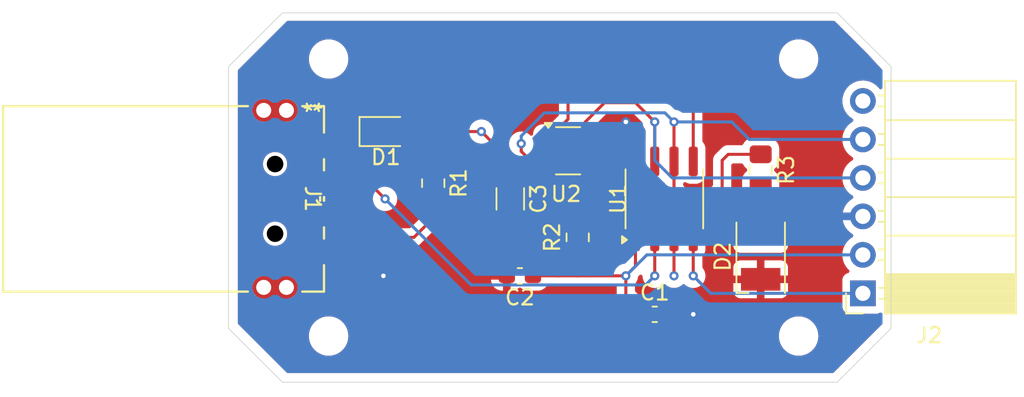
<source format=kicad_pcb>
(kicad_pcb (version 20221018) (generator pcbnew)
  (layers (0 "F.Cu" signal) (31 "B.Cu" signal) (34 "B.Paste" user) (35 "F.Paste" user) (36 "B.SilkS" user "B.Silkscreen") (37 "F.SilkS" user "F.Silkscreen") (38 "B.Mask" user) (39 "F.Mask" user) (44 "Edge.Cuts" user))
  (net 0 "")
  (net 1 "VDD")
  (net 2 "GND")
  (net 3 "Net-(D1-A)")
  (net 4 "Net-(D2-A)")
  (net 5 "D-")
  (net 6 "D+")
  (net 7 "MCLR")
  (net 8 "PGD")
  (net 9 "PGC")
  (net 11 "SCL")
  (footprint "Capacitor_SMD:C_0805_2012Metric_Pad1.18x1.45mm_HandSolder" (layer "F.Cu") (at 170.218 119.596 -90)
    (fp_text reference "R3" (at 0 -1.68 90) (layer "F.SilkS"))
    (fp_text value "330")
    (fp_line (start -0.261252 -0.735) (end 0.261252 -0.735) (stroke (width 0.12)) (layer "F.SilkS"))
    (fp_line (start -0.261252 0.735) (end 0.261252 0.735) (stroke (width 0.12)) (layer "F.SilkS"))
    (pad "1" smd roundrect (at -1.0375 0 270) (size 1.175 1.45) (layers "F.Cu" "F.Paste" "F.Mask") (roundrect_rratio 0.212766) (net 9 "PGC"))
    (pad "2" smd roundrect (at 1.0375 0 270) (size 1.175 1.45) (layers "F.Cu" "F.Paste" "F.Mask") (roundrect_rratio 0.212766) (net 4 "Net-(D2-A)"))
  )
  (footprint "MountingHole:MountingHole_2.1mm" (layer "F.Cu") (at 141.732 112.268)
    (fp_text reference "REF**" hide)
    (fp_text value "MountingHole_2.1mm")
    (pad "" np_thru_hole circle (at 0 0) (size 2.1 2.1) (drill 2.1) (layers "*.Cu" "*.Mask"))
  )
  (footprint "MountingHole:MountingHole_2.1mm" (layer "F.Cu") (at 172.72 130.556)
    (fp_text reference "REF**" hide)
    (fp_text value "MountingHole_2.1mm")
    (pad "" np_thru_hole circle (at 0 0) (size 2.1 2.1) (drill 2.1) (layers "F&B.Cu" "*.Mask"))
  )
  (footprint "Capacitor_SMD:C_0805_2012Metric_Pad1.18x1.45mm_HandSolder" (layer "F.Cu") (at 158.153 124.041 90)
    (fp_text reference "R2" (at 0 -1.68 90) (layer "F.SilkS"))
    (fp_text value "10m")
    (fp_line (start -0.261252 -0.735) (end 0.261252 -0.735) (stroke (width 0.12)) (layer "F.SilkS"))
    (fp_line (start -0.261252 0.735) (end 0.261252 0.735) (stroke (width 0.12)) (layer "F.SilkS"))
    (pad "1" smd roundrect (at -1.0375 0 90) (size 1.175 1.45) (layers "F.Cu" "F.Paste" "F.Mask") (roundrect_rratio 0.212766) (net 1 "VDD"))
    (pad "2" smd roundrect (at 1.0375 0 90) (size 1.175 1.45) (layers "F.Cu" "F.Paste" "F.Mask") (roundrect_rratio 0.212766) (net 7 "MCLR"))
  )
  (footprint "LED_SMD:LED_PLCC-2_3.4x3.0mm_KA" (layer "F.Cu") (at 170.218 125.311 90)
    (fp_text reference "D2" (at 0 -2.5 90) (layer "F.SilkS"))
    (fp_text value "LED")
    (fp_line (start -2.4 -1.6) (end -2.4 -0.8) (stroke (width 0.12)) (layer "F.SilkS"))
    (fp_line (start 2.25 -1.6) (end -2.4 -1.6) (stroke (width 0.12)) (layer "F.SilkS"))
    (fp_line (start 2.25 1.6) (end -2.4 1.6) (stroke (width 0.12)) (layer "F.SilkS"))
    (pad "1" smd rect (at -1.5 0 90) (size 1.5 2.6) (layers "F.Cu" "F.Paste" "F.Mask") (net 2 "GND"))
    (pad "2" smd rect (at 1.5 0 90) (size 1.5 2.6) (layers "F.Cu" "F.Paste" "F.Mask") (net 4 "Net-(D2-A)"))
  )
  (footprint "Connector_PinSocket_2.54mm:PinSocket_1x06_P2.54mm_Horizontal" (layer "F.Cu") (at 176.956 127.737 180)
    (fp_text reference "J2" (at -4.38 -2.77) (layer "F.SilkS"))
    (fp_text value "Conn_01x06_Pin")
    (fp_line (start -10.09 -1.33) (end -10.09 14.03) (stroke (width 0.12)) (layer "F.SilkS"))
    (fp_line (start -10.09 -1.33) (end -1.46 -1.33) (stroke (width 0.12)) (layer "F.SilkS"))
    (fp_line (start -10.09 -1.21) (end -1.46 -1.21) (stroke (width 0.12)) (layer "F.SilkS"))
    (fp_line (start -10.09 -1.091905) (end -1.46 -1.091905) (stroke (width 0.12)) (layer "F.SilkS"))
    (fp_line (start -10.09 -0.97381) (end -1.46 -0.97381) (stroke (width 0.12)) (layer "F.SilkS"))
    (fp_line (start -10.09 -0.855715) (end -1.46 -0.855715) (stroke (width 0.12)) (layer "F.SilkS"))
    (fp_line (start -10.09 -0.73762) (end -1.46 -0.73762) (stroke (width 0.12)) (layer "F.SilkS"))
    (fp_line (start -10.09 -0.619525) (end -1.46 -0.619525) (stroke (width 0.12)) (layer "F.SilkS"))
    (fp_line (start -10.09 -0.50143) (end -1.46 -0.50143) (stroke (width 0.12)) (layer "F.SilkS"))
    (fp_line (start -10.09 -0.383335) (end -1.46 -0.383335) (stroke (width 0.12)) (layer "F.SilkS"))
    (fp_line (start -10.09 -0.26524) (end -1.46 -0.26524) (stroke (width 0.12)) (layer "F.SilkS"))
    (fp_line (start -10.09 -0.147145) (end -1.46 -0.147145) (stroke (width 0.12)) (layer "F.SilkS"))
    (fp_line (start -10.09 -0.02905) (end -1.46 -0.02905) (stroke (width 0.12)) (layer "F.SilkS"))
    (fp_line (start -10.09 0.089045) (end -1.46 0.089045) (stroke (width 0.12)) (layer "F.SilkS"))
    (fp_line (start -10.09 0.20714) (end -1.46 0.20714) (stroke (width 0.12)) (layer "F.SilkS"))
    (fp_line (start -10.09 0.325235) (end -1.46 0.325235) (stroke (width 0.12)) (layer "F.SilkS"))
    (fp_line (start -10.09 0.44333) (end -1.46 0.44333) (stroke (width 0.12)) (layer "F.SilkS"))
    (fp_line (start -10.09 0.561425) (end -1.46 0.561425) (stroke (width 0.12)) (layer "F.SilkS"))
    (fp_line (start -10.09 0.67952) (end -1.46 0.67952) (stroke (width 0.12)) (layer "F.SilkS"))
    (fp_line (start -10.09 0.797615) (end -1.46 0.797615) (stroke (width 0.12)) (layer "F.SilkS"))
    (fp_line (start -10.09 0.91571) (end -1.46 0.91571) (stroke (width 0.12)) (layer "F.SilkS"))
    (fp_line (start -10.09 1.033805) (end -1.46 1.033805) (stroke (width 0.12)) (layer "F.SilkS"))
    (fp_line (start -10.09 1.1519) (end -1.46 1.1519) (stroke (width 0.12)) (layer "F.SilkS"))
    (fp_line (start -10.09 1.27) (end -1.46 1.27) (stroke (width 0.12)) (layer "F.SilkS"))
    (fp_line (start -10.09 3.81) (end -1.46 3.81) (stroke (width 0.12)) (layer "F.SilkS"))
    (fp_line (start -10.09 6.35) (end -1.46 6.35) (stroke (width 0.12)) (layer "F.SilkS"))
    (fp_line (start -10.09 8.89) (end -1.46 8.89) (stroke (width 0.12)) (layer "F.SilkS"))
    (fp_line (start -10.09 11.43) (end -1.46 11.43) (stroke (width 0.12)) (layer "F.SilkS"))
    (fp_line (start -10.09 14.03) (end -1.46 14.03) (stroke (width 0.12)) (layer "F.SilkS"))
    (fp_line (start -1.46 -1.33) (end -1.46 14.03) (stroke (width 0.12)) (layer "F.SilkS"))
    (fp_line (start -1.46 -0.36) (end -1.11 -0.36) (stroke (width 0.12)) (layer "F.SilkS"))
    (fp_line (start -1.46 0.36) (end -1.11 0.36) (stroke (width 0.12)) (layer "F.SilkS"))
    (fp_line (start -1.46 2.18) (end -1.05 2.18) (stroke (width 0.12)) (layer "F.SilkS"))
    (fp_line (start -1.46 2.9) (end -1.05 2.9) (stroke (width 0.12)) (layer "F.SilkS"))
    (fp_line (start -1.46 4.72) (end -1.05 4.72) (stroke (width 0.12)) (layer "F.SilkS"))
    (fp_line (start -1.46 5.44) (end -1.05 5.44) (stroke (width 0.12)) (layer "F.SilkS"))
    (fp_line (start -1.46 7.26) (end -1.05 7.26) (stroke (width 0.12)) (layer "F.SilkS"))
    (fp_line (start -1.46 7.98) (end -1.05 7.98) (stroke (width 0.12)) (layer "F.SilkS"))
    (fp_line (start -1.46 9.8) (end -1.05 9.8) (stroke (width 0.12)) (layer "F.SilkS"))
    (fp_line (start -1.46 10.52) (end -1.05 10.52) (stroke (width 0.12)) (layer "F.SilkS"))
    (fp_line (start -1.46 12.34) (end -1.05 12.34) (stroke (width 0.12)) (layer "F.SilkS"))
    (fp_line (start -1.46 13.06) (end -1.05 13.06) (stroke (width 0.12)) (layer "F.SilkS"))
    (fp_line (start 0 -1.33) (end 1.11 -1.33) (stroke (width 0.12)) (layer "F.SilkS"))
    (fp_line (start 1.11 -1.33) (end 1.11 0) (stroke (width 0.12)) (layer "F.SilkS"))
    (pad "1" thru_hole rect (at 0 0 180) (size 1.7 1.7) (drill 1) (layers "*.Cu" "*.Mask") (net 7 "MCLR"))
    (pad "2" thru_hole oval (at 0 2.54 180) (size 1.7 1.7) (drill 1) (layers "*.Cu" "*.Mask") (net 1 "VDD"))
    (pad "3" thru_hole oval (at 0 5.08 180) (size 1.7 1.7) (drill 1) (layers "*.Cu" "*.Mask") (net 2 "GND"))
    (pad "4" thru_hole oval (at 0 7.62 180) (size 1.7 1.7) (drill 1) (layers "*.Cu" "*.Mask") (net 8 "PGD"))
    (pad "5" thru_hole oval (at 0 10.16 180) (size 1.7 1.7) (drill 1) (layers "*.Cu" "*.Mask") (net 9 "PGC"))
    (pad "6" thru_hole oval (at 0 12.7 180) (size 1.7 1.7) (drill 1) (layers "*.Cu" "*.Mask"))
  )
  (footprint "Capacitor_SMD:C_0603_1608Metric_Pad1.08x0.95mm_HandSolder" (layer "F.Cu") (at 163.233 129.121)
    (fp_text reference "C1" (at 0 -1.43) (layer "F.SilkS"))
    (fp_text value "0.1uF")
    (fp_line (start -0.146267 -0.51) (end 0.146267 -0.51) (stroke (width 0.12)) (layer "F.SilkS"))
    (fp_line (start -0.146267 0.51) (end 0.146267 0.51) (stroke (width 0.12)) (layer "F.SilkS"))
    (pad "1" smd roundrect (at -0.8625 0) (size 1.075 0.95) (layers "F.Cu" "F.Paste" "F.Mask") (net 1 "VDD"))
    (pad "2" smd roundrect (at 0.8625 0) (size 1.075 0.95) (layers "F.Cu" "F.Paste" "F.Mask") (net 2 "GND"))
  )
  (footprint "" (layer "F.Cu") (at 172.72 112.268)
    (fp_text reference "" (at 0 0) (layer "F.SilkS") (effects (font (size 1.27 1.27))))
    (fp_text value "" (at 0 0) (layer "F.SilkS") (effects (font (size 1.27 1.27))))
    (pad "" np_thru_hole circle (at 0 0) (size 2.1 2.1) (drill 2.1) (layers "F&B.Cu" "*.Mask"))
  )
  (footprint "Capacitor_SMD:C_0603_1608Metric_Pad1.08x0.95mm_HandSolder" (layer "F.Cu") (at 154.343 126.581 180)
    (fp_text reference "C2" (at 0 -1.43) (layer "F.SilkS"))
    (fp_text value "0.1uF")
    (fp_line (start -0.146267 -0.51) (end 0.146267 -0.51) (stroke (width 0.12)) (layer "F.SilkS"))
    (fp_line (start -0.146267 0.51) (end 0.146267 0.51) (stroke (width 0.12)) (layer "F.SilkS"))
    (pad "1" smd roundrect (at -0.8625 0 180) (size 1.075 0.95) (layers "F.Cu" "F.Paste" "F.Mask") (net 1 "VDD"))
    (pad "2" smd roundrect (at 0.8625 0 180) (size 1.075 0.95) (layers "F.Cu" "F.Paste" "F.Mask") (net 2 "GND"))
  )
  (footprint "Capacitor_SMD:C_1206_3216Metric_Pad1.33x1.80mm_HandSolder" (layer "F.Cu") (at 153.708 121.501 -90)
    (fp_text reference "C3" (at 0 -1.85 90) (layer "F.SilkS"))
    (fp_text value "10uF")
    (fp_line (start -0.711252 -0.91) (end 0.711252 -0.91) (stroke (width 0.12)) (layer "F.SilkS"))
    (fp_line (start -0.711252 0.91) (end 0.711252 0.91) (stroke (width 0.12)) (layer "F.SilkS"))
    (pad "1" smd roundrect (at -1.5625 0 270) (size 1.325 1.8) (layers "F.Cu" "F.Paste" "F.Mask") (roundrect_rratio 0.188679) (net 1 "VDD"))
    (pad "2" smd roundrect (at 1.5625 0 270) (size 1.325 1.8) (layers "F.Cu" "F.Paste" "F.Mask") (roundrect_rratio 0.188679) (net 2 "GND"))
  )
  (footprint "Package_TO_SOT_SMD:SOT-23-5" (layer "F.Cu") (at 157.518 118.326)
    (fp_text reference "U2" (at -0.1325 2.855) (layer "F.SilkS"))
    (fp_text value "24AA02-OT")
    (fp_line (start 0 -1.56) (end -0.8 -1.56) (stroke (width 0.12)) (layer "F.SilkS"))
    (fp_line (start 0 -1.56) (end 0.8 -1.56) (stroke (width 0.12)) (layer "F.SilkS"))
    (fp_line (start 0 1.56) (end -0.8 1.56) (stroke (width 0.12)) (layer "F.SilkS"))
    (fp_line (start 0 1.56) (end 0.8 1.56) (stroke (width 0.12)) (layer "F.SilkS"))
    (fp_poly (pts (xy -1.3 -1.51) (xy -1.54 -1.84) (xy -1.06 -1.84) (xy -1.3 -1.51)) (stroke (width 0.12)) (fill solid) (layer "F.SilkS"))
    (pad "1" smd roundrect (at -1.1375 -0.95) (size 1.325 0.6) (layers "F.Cu" "F.Paste" "F.Mask") (net 11 "SCL"))
    (pad "2" smd roundrect (at -1.1375 0) (size 1.325 0.6) (layers "F.Cu" "F.Paste" "F.Mask") (net 2 "GND"))
    (pad "3" smd roundrect (at -1.1375 0.95) (size 1.325 0.6) (layers "F.Cu" "F.Paste" "F.Mask") (net 9 "PGC"))
    (pad "4" smd roundrect (at 1.1375 0.95) (size 1.325 0.6) (layers "F.Cu" "F.Paste" "F.Mask") (net 1 "VDD"))
    (pad "5" smd roundrect (at 1.1375 -0.95) (size 1.325 0.6) (layers "F.Cu" "F.Paste" "F.Mask") (net 8 "PGD"))
  )
  (footprint "Diode_SMD:D_0805_2012Metric" (layer "F.Cu") (at 145.453 117.056)
    (fp_text reference "D1" (at 0.047 1.694) (layer "F.SilkS"))
    (fp_text value "D_Schottky")
    (fp_line (start -1.685 -0.96) (end -1.685 0.96) (stroke (width 0.12)) (layer "F.SilkS"))
    (fp_line (start -1.685 0.96) (end 1 0.96) (stroke (width 0.12)) (layer "F.SilkS"))
    (fp_line (start 1 -0.96) (end -1.685 -0.96) (stroke (width 0.12)) (layer "F.SilkS"))
    (pad "1" smd roundrect (at -0.9375 0) (size 0.975 1.4) (layers "F.Cu" "F.Paste" "F.Mask") (net 1 "VDD"))
    (pad "2" smd roundrect (at 0.9375 0) (size 0.975 1.4) (layers "F.Cu" "F.Paste" "F.Mask") (net 3 "Net-(D1-A)"))
  )
  (footprint "Package_SO:SOIC-8_3.9x4.9mm_P1.27mm" (layer "F.Cu") (at 163.868 121.501 90)
    (fp_text reference "U1" (at 0 -3.0425 90) (layer "F.SilkS"))
    (fp_text value "PIC12F1840-xSN")
    (fp_line (start 0 -2.56) (end -1.95 -2.56) (stroke (width 0.12)) (layer "F.SilkS"))
    (fp_line (start 0 -2.56) (end 1.95 -2.56) (stroke (width 0.12)) (layer "F.SilkS"))
    (fp_line (start 0 2.56) (end -1.95 2.56) (stroke (width 0.12)) (layer "F.SilkS"))
    (fp_line (start 0 2.56) (end 1.95 2.56) (stroke (width 0.12)) (layer "F.SilkS"))
    (fp_poly (pts (xy -2.7 -2.465) (xy -2.94 -2.795) (xy -2.46 -2.795) (xy -2.7 -2.465)) (stroke (width 0.12)) (fill solid) (layer "F.SilkS"))
    (pad "1" smd roundrect (at -2.475 -1.905 90) (size 1.95 0.6) (layers "F.Cu" "F.Paste" "F.Mask") (net 1 "VDD"))
    (pad "2" smd roundrect (at -2.475 -0.635 90) (size 1.95 0.6) (layers "F.Cu" "F.Paste" "F.Mask") (net 5 "D-"))
    (pad "3" smd roundrect (at -2.475 0.635 90) (size 1.95 0.6) (layers "F.Cu" "F.Paste" "F.Mask") (net 6 "D+"))
    (pad "4" smd roundrect (at -2.475 1.905 90) (size 1.95 0.6) (layers "F.Cu" "F.Paste" "F.Mask") (net 7 "MCLR"))
    (pad "5" smd roundrect (at 2.475 1.905 90) (size 1.95 0.6) (layers "F.Cu" "F.Paste" "F.Mask") (net 11 "SCL"))
    (pad "6" smd roundrect (at 2.475 0.635 90) (size 1.95 0.6) (layers "F.Cu" "F.Paste" "F.Mask") (net 9 "PGC"))
    (pad "7" smd roundrect (at 2.475 -0.635 90) (size 1.95 0.6) (layers "F.Cu" "F.Paste" "F.Mask") (net 8 "PGD"))
    (pad "8" smd roundrect (at 2.475 -1.905 90) (size 1.95 0.6) (layers "F.Cu" "F.Paste" "F.Mask") (net 2 "GND"))
  )
  (footprint "MountingHole:MountingHole_2.1mm" (layer "F.Cu") (at 141.732 130.556)
    (fp_text reference "REF**" hide)
    (fp_text value "MountingHole_2.1mm")
    (pad "" np_thru_hole circle (at 0 0) (size 2.1 2.1) (drill 2.1) (layers "F&B.Cu" "*.Mask"))
  )
  (footprint "Capacitor_SMD:C_0805_2012Metric_Pad1.18x1.45mm_HandSolder" (layer "F.Cu") (at 148.628 120.4635 -90)
    (fp_text reference "R1" (at 0 -1.68 90) (layer "F.SilkS"))
    (fp_text value "1.5k")
    (fp_line (start -0.261252 -0.735) (end 0.261252 -0.735) (stroke (width 0.12)) (layer "F.SilkS"))
    (fp_line (start -0.261252 0.735) (end 0.261252 0.735) (stroke (width 0.12)) (layer "F.SilkS"))
    (pad "1" smd roundrect (at -1.0375 0 270) (size 1.175 1.45) (layers "F.Cu" "F.Paste" "F.Mask") (roundrect_rratio 0.212766) (net 1 "VDD"))
    (pad "2" smd roundrect (at 1.0375 0 270) (size 1.175 1.45) (layers "F.Cu" "F.Paste" "F.Mask") (roundrect_rratio 0.212766) (net 6 "D+"))
  )
  (footprint "_Library:USBA_2.0_Male" (layer "F.Cu") (at 130.848 121.501 -90)
    (fp_text reference "J1" (at 0 -9.8425 -90 unlocked) (layer "F.SilkS"))
    (fp_text value "USB_A")
    (fp_text user "*" (at -6.040001 -9.8425 -90 unlocked) (layer "F.SilkS"))
    (fp_text user "*" (at -6.040001 -9.8425 90) (layer "F.SilkS"))
    (fp_line (start -6.1214 -10.5791) (end -6.1214 -9.147945) (stroke (width 0.1524)) (layer "F.SilkS"))
    (fp_line (start -6.1214 -5.558655) (end -6.1214 10.5791) (stroke (width 0.1524)) (layer "F.SilkS"))
    (fp_line (start -6.1214 10.5791) (end 6.1214 10.5791) (stroke (width 0.1524)) (layer "F.SilkS"))
    (fp_line (start -4.378841 -10.5791) (end -6.1214 -10.5791) (stroke (width 0.1524)) (layer "F.SilkS"))
    (fp_line (start -1.878841 -10.5791) (end -2.621161 -10.5791) (stroke (width 0.1524)) (layer "F.SilkS"))
    (fp_line (start -0.121161 -10.3251) (end 0.121161 -10.3251) (stroke (width 0.1524)) (layer "F.SilkS"))
    (fp_line (start 0.121161 -10.5791) (end -0.121161 -10.5791) (stroke (width 0.1524)) (layer "F.SilkS"))
    (fp_line (start 0.121161 -10.5791) (end -0.121161 -10.5791) (stroke (width 0.1524)) (layer "F.SilkS"))
    (fp_line (start 2.621161 -10.5791) (end 1.878841 -10.5791) (stroke (width 0.1524)) (layer "F.SilkS"))
    (fp_line (start 6.1214 -10.5791) (end 4.378841 -10.5791) (stroke (width 0.1524)) (layer "F.SilkS"))
    (fp_line (start 6.1214 -9.147945) (end 6.1214 -10.5791) (stroke (width 0.1524)) (layer "F.SilkS"))
    (fp_line (start 6.1214 10.5791) (end 6.1214 -5.558655) (stroke (width 0.1524)) (layer "F.SilkS"))
    (pad "" np_thru_hole circle (at -5.842 -8.1026 270) (size 0.9906 0.9906) (drill 0.9906) (layers "*.Cu" "*.Mask"))
    (pad "" np_thru_hole circle (at -5.842 -6.604 270) (size 0.9906 0.9906) (drill 0.9906) (layers "*.Cu" "*.Mask"))
    (pad "" np_thru_hole circle (at -2.2987 -7.3533 270) (size 1.0922 1.0922) (drill 1.0922) (layers))
    (pad "" np_thru_hole circle (at 2.2987 -7.3533 270) (size 1.0922 1.0922) (drill 1.0922) (layers))
    (pad "" np_thru_hole circle (at 5.842 -8.1026 270) (size 0.9906 0.9906) (drill 0.9906) (layers "*.Cu" "*.Mask"))
    (pad "" np_thru_hole circle (at 5.842 -6.604 270) (size 0.9906 0.9906) (drill 0.9906) (layers "*.Cu" "*.Mask"))
    (pad "1" smd rect (at -3.500001 -9.8425 270) (size 1.0922 2.0066) (layers "F.Cu" "F.Paste" "F.Mask") (net 3 "Net-(D1-A)"))
    (pad "2" smd rect (at -1.000001 -9.8425 270) (size 1.0922 2.0066) (layers "F.Cu" "F.Paste" "F.Mask") (net 5 "D-"))
    (pad "3" smd rect (at 1.000001 -9.8425 270) (size 1.0922 2.0066) (layers "F.Cu" "F.Paste" "F.Mask") (net 6 "D+"))
    (pad "4" smd rect (at 3.500001 -9.8425 270) (size 1.0922 2.0066) (layers "F.Cu" "F.Paste" "F.Mask") (net 2 "GND"))
    (pad "7" smd oval (at -5.842 -7.3533 270) (size 1.4986 2.9972) (layers "F.Cu" "F.Paste" "F.Mask") (net 2 "GND"))
    (pad "8" smd oval (at 5.842 -7.3533 270) (size 1.4986 2.9972) (layers "F.Cu" "F.Paste" "F.Mask") (net 2 "GND"))
  )
  (footprint "MountingHole:MountingHole_2.1mm" (layer "F.Cu") (at 172.72 112.268)
    (fp_text reference "REF**" hide)
    (fp_text value "MountingHole_2.1mm")
    (pad "" np_thru_hole circle (at 0 0) (size 2.1 2.1) (drill 2.1) (layers "F&B.Cu" "*.Mask"))
  )
  (gr_line (start 178.816 112.776) (end 178.816 130.048) (stroke (width 0.05)) (layer "Edge.Cuts"))
  (gr_line (start 135.128 112.776) (end 138.684 109.22) (stroke (width 0.05)) (layer "Edge.Cuts"))
  (gr_line (start 175.26 109.22) (end 178.816 112.776) (stroke (width 0.05)) (layer "Edge.Cuts"))
  (gr_line (start 138.684 109.22) (end 175.26 109.22) (stroke (width 0.05)) (layer "Edge.Cuts"))
  (gr_line (start 178.816 130.048) (end 175.26 133.604) (stroke (width 0.05)) (layer "Edge.Cuts"))
  (gr_line (start 135.128 112.776) (end 135.128 130.048) (stroke (width 0.05)) (layer "Edge.Cuts"))
  (gr_line (start 138.684 133.604) (end 135.128 130.048) (stroke (width 0.05)) (layer "Edge.Cuts"))
  (gr_line (start 175.26 133.604) (end 138.684 133.604) (stroke (width 0.05)) (layer "Edge.Cuts"))
  (segment (start 161.963 123.976) (end 161.963 125.946) (width 0.2) (layer "F.Cu") (net 1))
  (segment (start 148.628 117.056) (end 151.803 117.056) (width 0.2) (layer "F.Cu") (net 1))
  (segment (start 161.328 127.851) (end 162.3705 128.8935) (width 0.2) (layer "F.Cu") (net 1))
  (segment (start 158.788 126.581) (end 161.328 126.581) (width 0.2) (layer "F.Cu") (net 1))
  (segment (start 159.423 120.866) (end 158.153 120.866) (width 0.2) (layer "F.Cu") (net 1))
  (segment (start 156.883 122.136) (end 156.883 126.581) (width 0.2) (layer "F.Cu") (net 1))
  (segment (start 158.153 126.581) (end 158.788 126.581) (width 0.2) (layer "F.Cu") (net 1))
  (segment (start 160.058 119.596) (end 160.058 120.231) (width 0.2) (layer "F.Cu") (net 1))
  (segment (start 148.628 117.056) (end 148.628 119.426) (width 0.2) (layer "F.Cu") (net 1))
  (segment (start 159.738 119.276) (end 160.058 119.596) (width 0.2) (layer "F.Cu") (net 1))
  (segment (start 146.3905 117.056) (end 148.628 117.056) (width 0.2) (layer "F.Cu") (net 1))
  (segment (start 156.883 126.581) (end 155.2055 126.581) (width 0.2) (layer "F.Cu") (net 1))
  (segment (start 161.963 125.946) (end 161.328 126.581) (width 0.2) (layer "F.Cu") (net 1))
  (segment (start 156.883 126.581) (end 158.153 126.581) (width 0.2) (layer "F.Cu") (net 1))
  (segment (start 158.153 120.866) (end 156.883 122.136) (width 0.2) (layer "F.Cu") (net 1))
  (segment (start 158.6555 119.276) (end 159.738 119.276) (width 0.2) (layer "F.Cu") (net 1))
  (segment (start 153.708 118.961) (end 151.803 117.056) (width 0.2) (layer "F.Cu") (net 1))
  (segment (start 161.328 126.581) (end 161.328 127.851) (width 0.2) (layer "F.Cu") (net 1))
  (segment (start 160.058 120.231) (end 159.423 120.866) (width 0.2) (layer "F.Cu") (net 1))
  (segment (start 162.3705 128.8935) (end 162.3705 129.121) (width 0.2) (layer "F.Cu") (net 1))
  (segment (start 153.708 119.9385) (end 153.708 118.961) (width 0.2) (layer "F.Cu") (net 1))
  (segment (start 158.153 125.0785) (end 158.153 126.581) (width 0.2) (layer "F.Cu") (net 1))
  (via (at 151.803 117.056) (size 0.6) (drill 0.3) (layers "F.Cu" "B.Cu") (net 1))
  (via (at 161.328 126.581) (size 0.6) (drill 0.3) (layers "F.Cu" "B.Cu") (net 1))
  (segment (start 162.712 125.197) (end 176.956 125.197) (width 0.2) (layer "B.Cu") (net 1))
  (segment (start 161.328 126.581) (end 162.712 125.197) (width 0.2) (layer "B.Cu") (net 1))
  (via (at 165.773 129.121) (size 0.6) (drill 0.3) (layers "F.Cu" "B.Cu") (net 2))
  (via (at 145.343999 126.581) (size 0.6) (drill 0.3) (layers "F.Cu" "B.Cu") (net 2))
  (via (at 161.328 116.421) (size 0.6) (drill 0.3) (layers "F.Cu" "B.Cu") (net 2))
  (segment (start 140.6905 118.000999) (end 142.603001 118.000999) (width 0.2) (layer "F.Cu") (net 3))
  (segment (start 143.570501 118.000999) (end 144.5155 117.056) (width 0.2) (layer "F.Cu") (net 3))
  (segment (start 140.6905 118.000999) (end 143.570501 118.000999) (width 0.2) (layer "F.Cu") (net 3))
  (segment (start 170.218 120.6335) (end 170.218 123.811) (width 0.2) (layer "F.Cu") (net 4))
  (segment (start 144.452999 120.500999) (end 140.6905 120.500999) (width 0.2) (layer "F.Cu") (net 5))
  (segment (start 145.453 121.501) (end 144.452999 120.500999) (width 0.2) (layer "F.Cu") (net 5))
  (segment (start 163.233 123.976) (end 163.233 126.581) (width 0.2) (layer "F.Cu") (net 5))
  (via (at 163.233 126.581) (size 0.6) (drill 0.3) (layers "F.Cu" "B.Cu") (net 5))
  (via (at 145.453 121.501) (size 0.6) (drill 0.3) (layers "F.Cu" "B.Cu") (net 5))
  (segment (start 145.453 121.501) (end 151.133 127.181) (width 0.2) (layer "B.Cu") (net 5))
  (segment (start 151.133 127.181) (end 162.633 127.181) (width 0.2) (layer "B.Cu") (net 5))
  (segment (start 162.633 127.181) (end 163.233 126.581) (width 0.2) (layer "B.Cu") (net 5))
  (segment (start 164.503 123.976) (end 164.503 126.581) (width 0.2) (layer "F.Cu") (net 6))
  (segment (start 145.453 124.041) (end 143.913001 122.501001) (width 0.2) (layer "F.Cu") (net 6))
  (segment (start 148.628 122.771) (end 147.358 124.041) (width 0.2) (layer "F.Cu") (net 6))
  (segment (start 147.358 124.041) (end 145.453 124.041) (width 0.2) (layer "F.Cu") (net 6))
  (segment (start 143.913001 122.501001) (end 140.6905 122.501001) (width 0.2) (layer "F.Cu") (net 6))
  (segment (start 148.628 121.501) (end 148.628 122.771) (width 0.2) (layer "F.Cu") (net 6))
  (via (at 164.503 126.581) (size 0.6) (drill 0.3) (layers "F.Cu" "B.Cu") (net 6))
  (segment (start 158.153 123.0035) (end 158.153 122.136) (width 0.2) (layer "F.Cu") (net 7))
  (segment (start 164.503 122.136) (end 165.138 122.136) (width 0.2) (layer "F.Cu") (net 7))
  (segment (start 163.868 121.501) (end 164.503 122.136) (width 0.2) (layer "F.Cu") (net 7))
  (segment (start 165.773 123.976) (end 165.773 126.581) (width 0.2) (layer "F.Cu") (net 7))
  (segment (start 158.788 121.501) (end 163.868 121.501) (width 0.2) (layer "F.Cu") (net 7))
  (segment (start 165.138 122.136) (end 165.773 122.771) (width 0.2) (layer "F.Cu") (net 7))
  (segment (start 165.773 122.771) (end 165.773 123.976) (width 0.2) (layer "F.Cu") (net 7))
  (segment (start 158.153 122.136) (end 158.788 121.501) (width 0.2) (layer "F.Cu") (net 7))
  (via (at 165.773 126.581) (size 0.6) (drill 0.3) (layers "F.Cu" "B.Cu") (net 7))
  (segment (start 166.929 127.737) (end 176.956 127.737) (width 0.2) (layer "B.Cu") (net 7))
  (segment (start 165.773 126.581) (end 166.929 127.737) (width 0.2) (layer "B.Cu") (net 7))
  (segment (start 161.963 115.151) (end 159.9255 115.151) (width 0.2) (layer "F.Cu") (net 8))
  (segment (start 161.963 115.151) (end 163.233 116.421) (width 0.2) (layer "F.Cu") (net 8))
  (segment (start 159.9255 115.151) (end 158.6555 116.421) (width 0.2) (layer "F.Cu") (net 8))
  (segment (start 163.233 119.026) (end 163.233 116.421) (width 0.2) (layer "F.Cu") (net 8))
  (segment (start 158.6555 117.376) (end 158.6555 116.421) (width 0.2) (layer "F.Cu") (net 8))
  (via (at 163.233 116.421) (size 0.6) (drill 0.3) (layers "F.Cu" "B.Cu") (net 8))
  (segment (start 163.233 118.961) (end 164.389 120.117) (width 0.2) (layer "B.Cu") (net 8))
  (segment (start 164.389 120.117) (end 176.956 120.117) (width 0.2) (layer "B.Cu") (net 8))
  (segment (start 163.233 118.961) (end 163.233 116.421) (width 0.2) (layer "B.Cu") (net 8))
  (segment (start 155.344 119.276) (end 154.432 118.364) (width 0.2) (layer "F.Cu") (net 9))
  (segment (start 164.503 119.026) (end 164.503 116.421) (width 0.2) (layer "F.Cu") (net 9))
  (segment (start 168.0805 118.5585) (end 167.678 118.961) (width 0.2) (layer "F.Cu") (net 9))
  (segment (start 170.218 118.5585) (end 168.0805 118.5585) (width 0.2) (layer "F.Cu") (net 9))
  (segment (start 165.138 121.501) (end 164.503 120.866) (width 0.2) (layer "F.Cu") (net 9))
  (segment (start 154.432 118.364) (end 154.432 117.856) (width 0.2) (layer "F.Cu") (net 9))
  (segment (start 167.678 120.866) (end 167.043 121.501) (width 0.2) (layer "F.Cu") (net 9))
  (segment (start 167.678 118.961) (end 167.678 120.866) (width 0.2) (layer "F.Cu") (net 9))
  (segment (start 167.043 121.501) (end 165.138 121.501) (width 0.2) (layer "F.Cu") (net 9))
  (segment (start 156.3805 119.276) (end 155.344 119.276) (width 0.2) (layer "F.Cu") (net 9))
  (segment (start 164.503 120.866) (end 164.503 119.026) (width 0.2) (layer "F.Cu") (net 9))
  (via (at 164.503 116.421) (size 0.6) (drill 0.3) (layers "F.Cu" "B.Cu") (net 9))
  (via (at 154.432 117.856) (size 0.6) (drill 0.3) (layers "F.Cu" "B.Cu") (net 9))
  (segment (start 164.503 116.421) (end 168.313 116.421) (width 0.2) (layer "B.Cu") (net 9))
  (segment (start 169.469 117.577) (end 176.956 117.577) (width 0.2) (layer "B.Cu") (net 9))
  (segment (start 169.202 117.31) (end 169.469 117.577) (width 0.2) (layer "B.Cu") (net 9))
  (segment (start 155.959 115.821) (end 163.903 115.821) (width 0.2) (layer "B.Cu") (net 9))
  (segment (start 154.432 117.856) (end 154.432 117.348) (width 0.2) (layer "B.Cu") (net 9))
  (segment (start 154.432 117.348) (end 155.959 115.821) (width 0.2) (layer "B.Cu") (net 9))
  (segment (start 168.313 116.421) (end 169.202 117.31) (width 0.2) (layer "B.Cu") (net 9))
  (segment (start 163.903 115.821) (end 164.503 116.421) (width 0.2) (layer "B.Cu") (net 9))
  (segment (start 157.518 116.2385) (end 157.518 115.151) (width 0.2) (layer "F.Cu") (net 11))
  (segment (start 157.518 115.151) (end 158.788 113.881) (width 0.2) (layer "F.Cu") (net 11))
  (segment (start 163.868 113.881) (end 165.773 115.786) (width 0.2) (layer "F.Cu") (net 11))
  (segment (start 158.788 113.881) (end 163.868 113.881) (width 0.2) (layer "F.Cu") (net 11))
  (segment (start 156.3805 117.376) (end 157.518 116.2385) (width 0.2) (layer "F.Cu") (net 11))
  (segment (start 165.773 115.786) (end 165.773 119.026) (width 0.2) (layer "F.Cu") (net 11))
  (zone (net 2) (net_name "GND") (layers "F&B.Cu") (connect_pads (clearance 0.5)) (min_thickness 0.25) (fill yes (thermal_gap 0.5) (thermal_bridge_width 0.5))
    (polygon (pts (xy 135.75 113) (xy 139 109.75) (xy 175.25 109.75) (xy 178.25 113) (xy 178.25 129.75) (xy 175 133) (xy 139 133) (xy 135.75 129.75)))
  )
)
</source>
